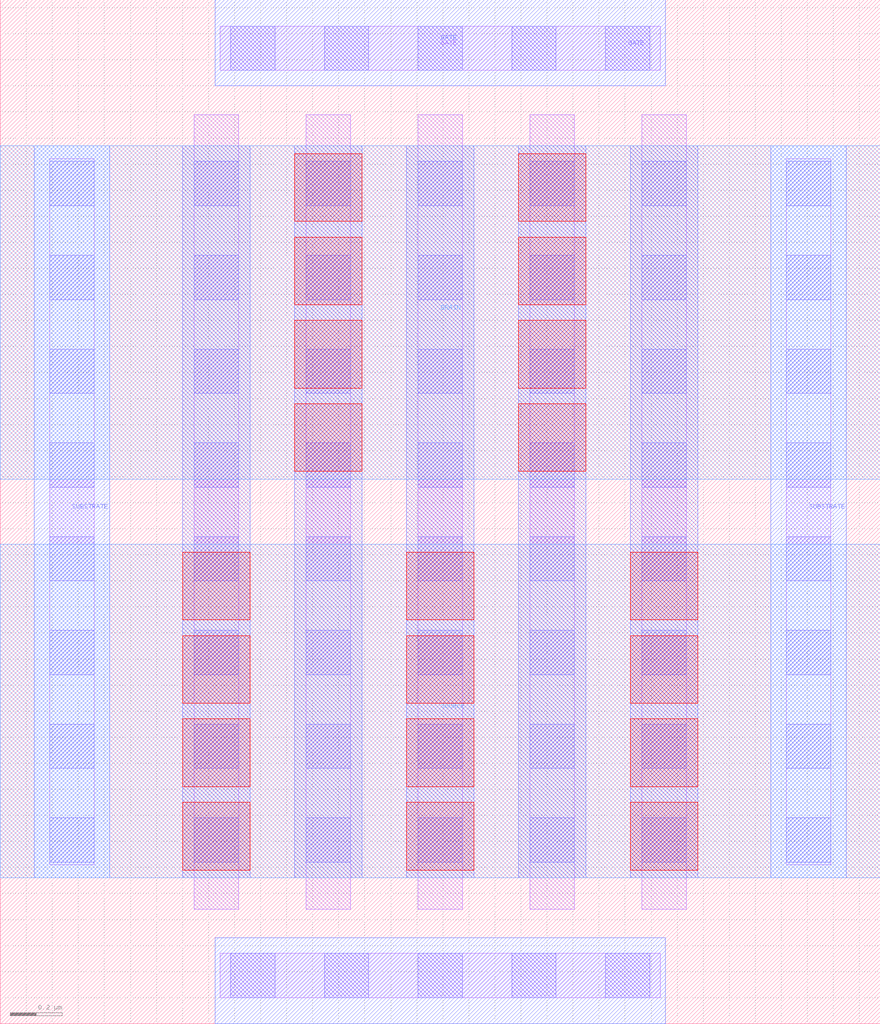
<source format=lef>
# Copyright 2020 The SkyWater PDK Authors
#
# Licensed under the Apache License, Version 2.0 (the "License");
# you may not use this file except in compliance with the License.
# You may obtain a copy of the License at
#
#     https://www.apache.org/licenses/LICENSE-2.0
#
# Unless required by applicable law or agreed to in writing, software
# distributed under the License is distributed on an "AS IS" BASIS,
# WITHOUT WARRANTIES OR CONDITIONS OF ANY KIND, either express or implied.
# See the License for the specific language governing permissions and
# limitations under the License.
#
# SPDX-License-Identifier: Apache-2.0

VERSION 5.7 ;
  NOWIREEXTENSIONATPIN ON ;
  DIVIDERCHAR "/" ;
  BUSBITCHARS "[]" ;
MACRO sky130_fd_pr__rf_nfet_01v8_aM04W3p00L0p15
  CLASS BLOCK ;
  FOREIGN sky130_fd_pr__rf_nfet_01v8_aM04W3p00L0p15 ;
  ORIGIN  0.000000  0.000000 ;
  SIZE  3.380000 BY  3.930000 ;
  PIN DRAIN
    ANTENNADIFFAREA  1.685600 ;
    PORT
      LAYER met2 ;
        RECT 0.000000 2.090000 3.380000 3.370000 ;
    END
  END DRAIN
  PIN GATE
    ANTENNAGATEAREA  1.806000 ;
    PORT
      LAYER li1 ;
        RECT 0.845000 0.100000 2.535000 0.270000 ;
        RECT 0.845000 3.660000 2.535000 3.830000 ;
      LAYER mcon ;
        RECT 0.885000 0.100000 1.055000 0.270000 ;
        RECT 0.885000 3.660000 1.055000 3.830000 ;
        RECT 1.245000 0.100000 1.415000 0.270000 ;
        RECT 1.245000 3.660000 1.415000 3.830000 ;
        RECT 1.605000 0.100000 1.775000 0.270000 ;
        RECT 1.605000 3.660000 1.775000 3.830000 ;
        RECT 1.965000 0.100000 2.135000 0.270000 ;
        RECT 1.965000 3.660000 2.135000 3.830000 ;
        RECT 2.325000 0.100000 2.495000 0.270000 ;
        RECT 2.325000 3.660000 2.495000 3.830000 ;
    END
    PORT
      LAYER met1 ;
        RECT 0.825000 0.000000 2.555000 0.330000 ;
        RECT 0.825000 3.600000 2.555000 3.930000 ;
    END
  END GATE
  PIN SOURCE
    ANTENNADIFFAREA  2.528400 ;
    PORT
      LAYER met2 ;
        RECT 0.000000 0.560000 3.380000 1.840000 ;
    END
  END SOURCE
  PIN SUBSTRATE
    ANTENNADIFFAREA  0.872900 ;
    PORT
      LAYER met1 ;
        RECT 0.130000 0.560000 0.420000 3.370000 ;
    END
    PORT
      LAYER met1 ;
        RECT 2.960000 0.560000 3.250000 3.370000 ;
    END
  END SUBSTRATE
  OBS
    LAYER li1 ;
      RECT 0.190000 0.610000 0.360000 3.320000 ;
      RECT 0.745000 0.440000 0.915000 3.490000 ;
      RECT 1.175000 0.440000 1.345000 3.490000 ;
      RECT 1.605000 0.440000 1.775000 3.490000 ;
      RECT 2.035000 0.440000 2.205000 3.490000 ;
      RECT 2.465000 0.440000 2.635000 3.490000 ;
      RECT 3.020000 0.610000 3.190000 3.320000 ;
    LAYER mcon ;
      RECT 0.190000 0.620000 0.360000 0.790000 ;
      RECT 0.190000 0.980000 0.360000 1.150000 ;
      RECT 0.190000 1.340000 0.360000 1.510000 ;
      RECT 0.190000 1.700000 0.360000 1.870000 ;
      RECT 0.190000 2.060000 0.360000 2.230000 ;
      RECT 0.190000 2.420000 0.360000 2.590000 ;
      RECT 0.190000 2.780000 0.360000 2.950000 ;
      RECT 0.190000 3.140000 0.360000 3.310000 ;
      RECT 0.745000 0.620000 0.915000 0.790000 ;
      RECT 0.745000 0.980000 0.915000 1.150000 ;
      RECT 0.745000 1.340000 0.915000 1.510000 ;
      RECT 0.745000 1.700000 0.915000 1.870000 ;
      RECT 0.745000 2.060000 0.915000 2.230000 ;
      RECT 0.745000 2.420000 0.915000 2.590000 ;
      RECT 0.745000 2.780000 0.915000 2.950000 ;
      RECT 0.745000 3.140000 0.915000 3.310000 ;
      RECT 1.175000 0.620000 1.345000 0.790000 ;
      RECT 1.175000 0.980000 1.345000 1.150000 ;
      RECT 1.175000 1.340000 1.345000 1.510000 ;
      RECT 1.175000 1.700000 1.345000 1.870000 ;
      RECT 1.175000 2.060000 1.345000 2.230000 ;
      RECT 1.175000 2.420000 1.345000 2.590000 ;
      RECT 1.175000 2.780000 1.345000 2.950000 ;
      RECT 1.175000 3.140000 1.345000 3.310000 ;
      RECT 1.605000 0.620000 1.775000 0.790000 ;
      RECT 1.605000 0.980000 1.775000 1.150000 ;
      RECT 1.605000 1.340000 1.775000 1.510000 ;
      RECT 1.605000 1.700000 1.775000 1.870000 ;
      RECT 1.605000 2.060000 1.775000 2.230000 ;
      RECT 1.605000 2.420000 1.775000 2.590000 ;
      RECT 1.605000 2.780000 1.775000 2.950000 ;
      RECT 1.605000 3.140000 1.775000 3.310000 ;
      RECT 2.035000 0.620000 2.205000 0.790000 ;
      RECT 2.035000 0.980000 2.205000 1.150000 ;
      RECT 2.035000 1.340000 2.205000 1.510000 ;
      RECT 2.035000 1.700000 2.205000 1.870000 ;
      RECT 2.035000 2.060000 2.205000 2.230000 ;
      RECT 2.035000 2.420000 2.205000 2.590000 ;
      RECT 2.035000 2.780000 2.205000 2.950000 ;
      RECT 2.035000 3.140000 2.205000 3.310000 ;
      RECT 2.465000 0.620000 2.635000 0.790000 ;
      RECT 2.465000 0.980000 2.635000 1.150000 ;
      RECT 2.465000 1.340000 2.635000 1.510000 ;
      RECT 2.465000 1.700000 2.635000 1.870000 ;
      RECT 2.465000 2.060000 2.635000 2.230000 ;
      RECT 2.465000 2.420000 2.635000 2.590000 ;
      RECT 2.465000 2.780000 2.635000 2.950000 ;
      RECT 2.465000 3.140000 2.635000 3.310000 ;
      RECT 3.020000 0.620000 3.190000 0.790000 ;
      RECT 3.020000 0.980000 3.190000 1.150000 ;
      RECT 3.020000 1.340000 3.190000 1.510000 ;
      RECT 3.020000 1.700000 3.190000 1.870000 ;
      RECT 3.020000 2.060000 3.190000 2.230000 ;
      RECT 3.020000 2.420000 3.190000 2.590000 ;
      RECT 3.020000 2.780000 3.190000 2.950000 ;
      RECT 3.020000 3.140000 3.190000 3.310000 ;
    LAYER met1 ;
      RECT 0.700000 0.560000 0.960000 3.370000 ;
      RECT 1.130000 0.560000 1.390000 3.370000 ;
      RECT 1.560000 0.560000 1.820000 3.370000 ;
      RECT 1.990000 0.560000 2.250000 3.370000 ;
      RECT 2.420000 0.560000 2.680000 3.370000 ;
    LAYER via ;
      RECT 0.700000 0.590000 0.960000 0.850000 ;
      RECT 0.700000 0.910000 0.960000 1.170000 ;
      RECT 0.700000 1.230000 0.960000 1.490000 ;
      RECT 0.700000 1.550000 0.960000 1.810000 ;
      RECT 1.130000 2.120000 1.390000 2.380000 ;
      RECT 1.130000 2.440000 1.390000 2.700000 ;
      RECT 1.130000 2.760000 1.390000 3.020000 ;
      RECT 1.130000 3.080000 1.390000 3.340000 ;
      RECT 1.560000 0.590000 1.820000 0.850000 ;
      RECT 1.560000 0.910000 1.820000 1.170000 ;
      RECT 1.560000 1.230000 1.820000 1.490000 ;
      RECT 1.560000 1.550000 1.820000 1.810000 ;
      RECT 1.990000 2.120000 2.250000 2.380000 ;
      RECT 1.990000 2.440000 2.250000 2.700000 ;
      RECT 1.990000 2.760000 2.250000 3.020000 ;
      RECT 1.990000 3.080000 2.250000 3.340000 ;
      RECT 2.420000 0.590000 2.680000 0.850000 ;
      RECT 2.420000 0.910000 2.680000 1.170000 ;
      RECT 2.420000 1.230000 2.680000 1.490000 ;
      RECT 2.420000 1.550000 2.680000 1.810000 ;
  END
END sky130_fd_pr__rf_nfet_01v8_aM04W3p00L0p15
END LIBRARY

</source>
